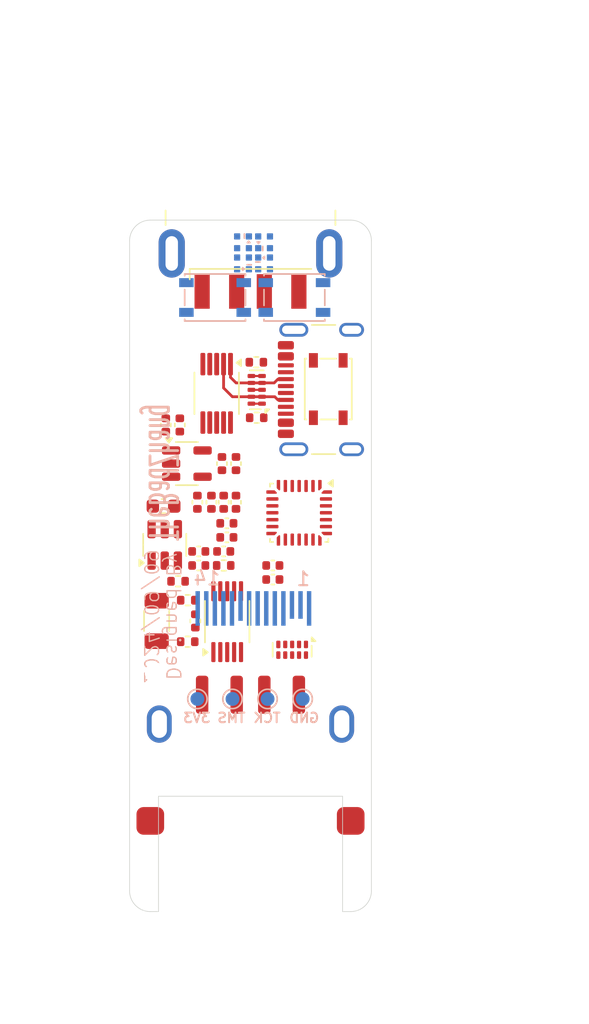
<source format=kicad_pcb>
(kicad_pcb (version 20240108) (generator "pcbnew") (generator_version "8.0")
  (layers (0 "F.Cu" signal) (31 "B.Cu" signal) (34 "B.Paste" user) (35 "F.Paste" user) (36 "B.SilkS" user "B.Silkscreen") (37 "F.SilkS" user "F.Silkscreen") (38 "B.Mask" user) (39 "F.Mask" user) (44 "Edge.Cuts" user))
  (net 0 "")
  (net 1 "+5V")
  (net 2 "VBUS")
  (net 3 "+3V3")
  (net 4 "/SDA2")
  (net 5 "/SCL2")
  (net 6 "GND")
  (net 7 "/SYS_SWDIO")
  (net 8 "/NRST")
  (net 9 "/D+")
  (net 10 "/D-")
  (net 11 "/ch217x/VOUT")
  (net 12 "/SYS_SWCLK")
  (net 13 "/D2+")
  (net 14 "Net-(J3-CC2)")
  (net 15 "Net-(U5-Vin-)")
  (net 19 "Net-(U5-Vin+)")
  (net 20 "Net-(J3-CC1)")
  (net 21 "/D2-")
  (net 22 "Net-(U7-BP)")
  (net 25 "/KEY1")
  (net 26 "/KEY2")
  (net 27 "Net-(U8-C2P)")
  (net 28 "Net-(U8-C2N)")
  (net 29 "/SCL")
  (net 30 "Net-(U8-C1P)")
  (net 31 "/UART_RX")
  (net 32 "Net-(U8-C1N)")
  (net 33 "Net-(U8-VCOMH)")
  (net 34 "Net-(U8-VCC)")
  (net 35 "Net-(D1-DOUT)")
  (net 38 "Net-(U6-ISET)")
  (net 39 "Net-(U8-IREF)")
  (net 48 "/WS2812_OUT")
  (net 49 "/SDA")
  (net 52 "Net-(U2-D1+)")
  (net 53 "/UART_TX")
  (net 54 "/OLED_RST")
  (net 55 "/~{INA226_ALERT}")
  (net 56 "/CH217_FLAG")
  (net 57 "/~{CH217_EN}")
  (net 58 "Net-(D2-DOUT)")
  (net 59 "Net-(U2-D1-)")
  (net 60 "Net-(D3-DOUT)")
  (net 61 "Net-(U3-D2-)")
  (net 66 "Net-(U3-D1+)")
  (footprint "Capacitor_SMD:C_0402_1005Metric" (layer "F.Cu") (at 110.617 93.218)
    (property "Reference" "C12" (hide yes))
    (property "Value" "1uF")
    (fp_line (start -0.107836 -0.36) (end 0.107836 -0.36) (stroke (width 0.12)) (layer "F.SilkS"))
    (fp_line (start -0.107836 0.36) (end 0.107836 0.36) (stroke (width 0.12)) (layer "F.SilkS"))
    (pad "1" smd roundrect (at -0.48 0) (size 0.56 0.62) (layers "F.Cu" "F.Paste" "F.Mask") (net 32 "Net-(U8-C1N)"))
    (pad "2" smd roundrect (at 0.48 0) (size 0.56 0.62) (layers "F.Cu" "F.Paste" "F.Mask") (net 30 "Net-(U8-C1P)"))
  )
  (footprint "Capacitor_SMD:C_0402_1005Metric" (layer "F.Cu") (at 107.95 87.63 -90)
    (property "Reference" "C4" (hide yes))
    (property "Value" "0.1uF")
    (fp_line (start -0.107836 0.36) (end 0.107836 0.36) (stroke (width 0.12)) (layer "F.SilkS"))
    (fp_line (start -0.107836 -0.36) (end 0.107836 -0.36) (stroke (width 0.12)) (layer "F.SilkS"))
    (pad "1" smd roundrect (at -0.48 0 270) (size 0.56 0.62) (layers "F.Cu" "F.Paste" "F.Mask") (net 3 "+3V3"))
    (pad "2" smd roundrect (at 0.48 0 270) (size 0.56 0.62) (layers "F.Cu" "F.Paste" "F.Mask") (net 6 "GND"))
  )
  (footprint "Capacitor_SMD:C_0402_1005Metric" (layer "F.Cu") (at 105.255 92.202)
    (property "Reference" "C17" (hide yes))
    (property "Value" "0.1uF")
    (fp_line (start -0.107836 -0.36) (end 0.107836 -0.36) (stroke (width 0.12)) (layer "F.SilkS"))
    (fp_line (start -0.107836 0.36) (end 0.107836 0.36) (stroke (width 0.12)) (layer "F.SilkS"))
    (pad "1" smd roundrect (at -0.48 0) (size 0.56 0.62) (layers "F.Cu" "F.Paste" "F.Mask") (net 34 "Net-(U8-VCC)"))
    (pad "2" smd roundrect (at 0.48 0) (size 0.56 0.62) (layers "F.Cu" "F.Paste" "F.Mask") (net 6 "GND"))
  )
  (footprint "Connector_USB:USB_C_Receptacle_GCT_USB4105-xx-A_16P_TopMnt_Horizontal" (layer "F.Cu") (at 115.2398 79.48 90)
    (property "Reference" "J3" (hide yes))
    (property "Value" "USB_C_Receptacle_USB2.0_16P")
    (fp_line (start 4.67 -0.1) (end 4.67 -1.8) (stroke (width 0.12)) (layer "F.SilkS"))
    (fp_line (start -4.67 -0.1) (end -4.67 -1.8) (stroke (width 0.12)) (layer "F.SilkS"))
    (pad "" np_thru_hole circle (at -2.89 -2.605 90) (size 0.65 0.65) (drill 0.65) (layers "F&B.Cu" "*.Mask"))
    (pad "" np_thru_hole circle (at 2.89 -2.605 90) (size 0.65 0.65) (drill 0.65) (layers "F&B.Cu" "*.Mask"))
    (pad "A1" smd roundrect (at -3.2 -3.68 90) (size 0.6 1.15) (layers "F.Cu" "F.Paste" "F.Mask") (net 6 "GND"))
    (pad "A4" smd roundrect (at -2.4 -3.68 90) (size 0.6 1.15) (layers "F.Cu" "F.Paste" "F.Mask"))
    (pad "A5" smd roundrect (at -1.25 -3.68 90) (size 0.3 1.15) (layers "F.Cu" "F.Paste" "F.Mask") (net 20 "Net-(J3-CC1)"))
    (pad "A6" smd roundrect (at -0.25 -3.68 90) (size 0.3 1.15) (layers "F.Cu" "F.Paste" "F.Mask") (net 13 "/D2+"))
    (pad "A7" smd roundrect (at 0.25 -3.68 90) (size 0.3 1.15) (layers "F.Cu" "F.Paste" "F.Mask") (net 21 "/D2-"))
    (pad "A8" smd roundrect (at 1.25 -3.68 90) (size 0.3 1.15) (layers "F.Cu" "F.Paste" "F.Mask"))
    (pad "A9" smd roundrect (at 2.4 -3.68 90) (size 0.6 1.15) (layers "F.Cu" "F.Paste" "F.Mask"))
    (pad "A12" smd roundrect (at 3.2 -3.68 90) (size 0.6 1.15) (layers "F.Cu" "F.Paste" "F.Mask") (net 6 "GND"))
    (pad "B1" smd roundrect (at 3.2 -3.68 90) (size 0.6 1.15) (layers "F.Cu" "F.Paste" "F.Mask") (net 6 "GND"))
    (pad "B4" smd roundrect (at 2.4 -3.68 90) (size 0.6 1.15) (layers "F.Cu" "F.Paste" "F.Mask"))
    (pad "B5" smd roundrect (at 1.75 -3.68 90) (size 0.3 1.15) (layers "F.Cu" "F.Paste" "F.Mask") (net 14 "Net-(J3-CC2)"))
    (pad "B6" smd roundrect (at 0.75 -3.68 90) (size 0.3 1.15) (layers "F.Cu" "F.Paste" "F.Mask") (net 13 "/D2+"))
    (pad "B7" smd roundrect (at -0.75 -3.68 90) (size 0.3 1.15) (layers "F.Cu" "F.Paste" "F.Mask") (net 21 "/D2-"))
    (pad "B8" smd roundrect (at -1.75 -3.68 90) (size 0.3 1.15) (layers "F.Cu" "F.Paste" "F.Mask"))
    (pad "B9" smd roundrect (at -2.4 -3.68 90) (size 0.6 1.15) (layers "F.Cu" "F.Paste" "F.Mask"))
    (pad "B12" smd roundrect (at -3.2 -3.68 90) (size 0.6 1.15) (layers "F.Cu" "F.Paste" "F.Mask") (net 6 "GND"))
    (pad "S1" thru_hole oval (at -4.32 -3.105 90) (size 1 2.1) (drill oval 0.6 1.7) (layers "*.Cu" "*.Mask" "F.Paste") (net 6 "GND"))
    (pad "S1" thru_hole oval (at -4.32 1.075 90) (size 1 1.8) (drill oval 0.6 1.4) (layers "*.Cu" "*.Mask" "F.Paste") (net 6 "GND"))
    (pad "S1" thru_hole oval (at 4.32 -3.105 90) (size 1 2.1) (drill oval 0.6 1.7) (layers "*.Cu" "*.Mask" "F.Paste") (net 6 "GND"))
    (pad "S1" thru_hole oval (at 4.32 1.075 90) (size 1 1.8) (drill oval 0.6 1.4) (layers "*.Cu" "*.Mask" "F.Paste") (net 6 "GND"))
  )
  (footprint "Capacitor_SMD:C_0402_1005Metric" (layer "F.Cu") (at 106.172 87.63 -90)
    (property "Reference" "C1" (hide yes))
    (property "Value" "2.2uF")
    (fp_line (start -0.107836 0.36) (end 0.107836 0.36) (stroke (width 0.12)) (layer "F.SilkS"))
    (fp_line (start -0.107836 -0.36) (end 0.107836 -0.36) (stroke (width 0.12)) (layer "F.SilkS"))
    (pad "1" smd roundrect (at -0.48 0 270) (size 0.56 0.62) (layers "F.Cu" "F.Paste" "F.Mask") (net 3 "+3V3"))
    (pad "2" smd roundrect (at 0.48 0 270) (size 0.56 0.62) (layers "F.Cu" "F.Paste" "F.Mask") (net 6 "GND"))
  )
  (footprint "Capacitor_SMD:C_0402_1005Metric" (layer "F.Cu") (at 107.95 84.836 90)
    (property "Reference" "C10" (hide yes))
    (property "Value" "4.7uF")
    (fp_line (start -0.107836 -0.36) (end 0.107836 -0.36) (stroke (width 0.12)) (layer "F.SilkS"))
    (fp_line (start -0.107836 0.36) (end 0.107836 0.36) (stroke (width 0.12)) (layer "F.SilkS"))
    (pad "1" smd roundrect (at -0.48 0 90) (size 0.56 0.62) (layers "F.Cu" "F.Paste" "F.Mask") (net 6 "GND"))
    (pad "2" smd roundrect (at 0.48 0 90) (size 0.56 0.62) (layers "F.Cu" "F.Paste" "F.Mask") (net 3 "+3V3"))
  )
  (footprint "Capacitor_SMD:C_0402_1005Metric" (layer "F.Cu") (at 106.934 84.836 -90)
    (property "Reference" "C9" (hide yes))
    (property "Value" "22nF")
    (fp_line (start -0.107836 0.36) (end 0.107836 0.36) (stroke (width 0.12)) (layer "F.SilkS"))
    (fp_line (start -0.107836 -0.36) (end 0.107836 -0.36) (stroke (width 0.12)) (layer "F.SilkS"))
    (pad "1" smd roundrect (at -0.48 0 270) (size 0.56 0.62) (layers "F.Cu" "F.Paste" "F.Mask") (net 22 "Net-(U7-BP)"))
    (pad "2" smd roundrect (at 0.48 0 270) (size 0.56 0.62) (layers "F.Cu" "F.Paste" "F.Mask") (net 6 "GND"))
  )
  (footprint "Resistor_SMD:R_1206_3216Metric" (layer "F.Cu") (at 102.2078 96.214 -90)
    (property "Reference" "R4" (hide yes))
    (property "Value" "20mR")
    (fp_line (start -0.727064 0.91) (end 0.727064 0.91) (stroke (width 0.12)) (layer "F.SilkS"))
    (fp_line (start -0.727064 -0.91) (end 0.727064 -0.91) (stroke (width 0.12)) (layer "F.SilkS"))
    (pad "1" smd roundrect (at -1.4625 0 270) (size 1.125 1.75) (layers "F.Cu" "F.Paste" "F.Mask") (roundrect_rratio 0.222222) (net 11 "/ch217x/VOUT"))
    (pad "2" smd roundrect (at 1.4625 0 270) (size 1.125 1.75) (layers "F.Cu" "F.Paste" "F.Mask") (roundrect_rratio 0.222222) (net 1 "+5V"))
  )
  (footprint "Resistor_SMD:R_0402_1005Metric" (layer "F.Cu") (at 109.4486 81.518 180)
    (property "Reference" "R2" (hide yes))
    (property "Value" "5.1k")
    (fp_line (start -0.153641 0.38) (end 0.153641 0.38) (stroke (width 0.12)) (layer "F.SilkS"))
    (fp_line (start -0.153641 -0.38) (end 0.153641 -0.38) (stroke (width 0.12)) (layer "F.SilkS"))
    (pad "1" smd roundrect (at -0.51 0 180) (size 0.54 0.64) (layers "F.Cu" "F.Paste" "F.Mask") (net 20 "Net-(J3-CC1)"))
    (pad "2" smd roundrect (at 0.51 0 180) (size 0.54 0.64) (layers "F.Cu" "F.Paste" "F.Mask") (net 6 "GND"))
  )
  (footprint "Resistor_SMD:R_0402_1005Metric" (layer "F.Cu") (at 104.4578 94.714)
    (property "Reference" "R3" (hide yes))
    (property "Value" "68R")
    (fp_line (start -0.153641 -0.38) (end 0.153641 -0.38) (stroke (width 0.12)) (layer "F.SilkS"))
    (fp_line (start -0.153641 0.38) (end 0.153641 0.38) (stroke (width 0.12)) (layer "F.SilkS"))
    (pad "1" smd roundrect (at -0.51 0) (size 0.54 0.64) (layers "F.Cu" "F.Paste" "F.Mask") (net 11 "/ch217x/VOUT"))
    (pad "2" smd roundrect (at 0.51 0) (size 0.54 0.64) (layers "F.Cu" "F.Paste" "F.Mask") (net 19 "Net-(U5-Vin+)"))
  )
  (footprint "my_connector:C2763021" (layer "F.Cu") (at 109 106.172)
    (property "Reference" "J2" (hide yes))
    (property "Value" "USB_A")
    (pad "1" smd roundrect (at -3.5 -4.625) (size 0.9 2.75) (layers "F.Cu" "F.Paste" "F.Mask") (net 1 "+5V"))
    (pad "2" smd roundrect (at -1 -4.625) (size 0.9 2.75) (layers "F.Cu" "F.Paste" "F.Mask") (net 10 "/D-"))
    (pad "3" smd roundrect (at 1 -4.625) (size 0.9 2.75) (layers "F.Cu" "F.Paste" "F.Mask") (net 9 "/D+"))
    (pad "4" smd roundrect (at 3.5 -4.625) (size 0.9 2.75) (layers "F.Cu" "F.Paste" "F.Mask") (net 6 "GND"))
    (pad "5" smd roundrect (at -7.25 4.5) (size 2 2) (layers "F.Cu" "F.Paste" "F.Mask") (net 6 "GND"))
    (pad "5" thru_hole oval (at -6.6 -2.5) (size 1.8 2.7) (drill oval 1.1 2) (layers "*.Cu" "*.Mask") (net 6 "GND"))
    (pad "5" thru_hole oval (at 6.6 -2.5) (size 1.8 2.7) (drill oval 1.1 2) (layers "*.Cu" "*.Mask") (net 6 "GND"))
    (pad "5" smd roundrect (at 7.25 4.5) (size 2 2) (layers "F.Cu" "F.Paste" "F.Mask") (net 6 "GND"))
  )
  (footprint "Connector_USB:USB_A_CNCTech_1001-011-01101_Horizontal" (layer "F.Cu") (at 109 62.738 90)
    (property "Reference" "J1" (hide yes))
    (property "Value" "USB_A")
    (fp_line (start -4.85 -6.145) (end -3.8 -6.145) (stroke (width 0.12)) (layer "F.SilkS"))
    (fp_line (start -8.02 -4.4) (end -8.775 -4.4) (stroke (width 0.12)) (layer "F.SilkS"))
    (fp_line (start -8.02 -4.4) (end -8.02 4.4) (stroke (width 0.12)) (layer "F.SilkS"))
    (fp_line (start -4.85 6.145) (end -3.8 6.145) (stroke (width 0.12)) (layer "F.SilkS"))
    (pad "" np_thru_hole circle (at -6.9 -2.3 90) (size 1.1 1.1) (drill 1.1) (layers "*.Cu" "*.Mask"))
    (pad "" np_thru_hole circle (at -6.9 2.3 90) (size 1.1 1.1) (drill 1.1) (layers "*.Cu" "*.Mask"))
    (pad "1" smd rect (at -9.65 -3.5 90) (size 2.5 1.1) (layers "F.Cu" "F.Paste" "F.Mask") (net 2 "VBUS"))
    (pad "2" smd rect (at -9.65 -1 90) (size 2.5 1.1) (layers "F.Cu" "F.Paste" "F.Mask") (net 10 "/D-"))
    (pad "3" smd rect (at -9.65 1 90) (size 2.5 1.1) (layers "F.Cu" "F.Paste" "F.Mask") (net 9 "/D+"))
    (pad "4" smd rect (at -9.65 3.5 90) (size 2.5 1.1) (layers "F.Cu" "F.Paste" "F.Mask") (net 6 "GND"))
    (pad "5" thru_hole oval (at -6.9 -5.7 90) (size 3.5 1.9) (drill oval 2.5 0.9) (layers "*.Cu" "*.Mask") (net 6 "GND"))
    (pad "5" thru_hole oval (at -6.9 5.7 90) (size 3.5 1.9) (drill oval 2.5 0.9) (layers "*.Cu" "*.Mask") (net 6 "GND"))
  )
  (footprint "my_footprint:KEY-SMD_4P-L4.2-W3.4-P2.15-LS4.5-TL" (layer "F.Cu") (at 114.554 79.502 -90)
    (property "Reference" "SW3" (hide yes))
    (property "Value" "SW_Push")
    (fp_line (start -2.256 1.628) (end 2.144 1.628) (stroke (width 0.12)) (layer "F.SilkS"))
    (fp_line (start 2.144 1.628) (end 2.144 1.508) (stroke (width 0.12)) (layer "F.SilkS"))
    (fp_line (start -2.256 1.508) (end -2.256 1.628) (stroke (width 0.12)) (layer "F.SilkS"))
    (fp_line (start 2.144 0.498) (end 2.144 -0.642) (stroke (width 0.12)) (layer "F.SilkS"))
    (fp_line (start -2.256 -0.642) (end -2.256 0.498) (stroke (width 0.12)) (layer "F.SilkS"))
    (fp_line (start 2.144 -1.652) (end 2.144 -1.772) (stroke (width 0.12)) (layer "F.SilkS"))
    (fp_line (start -2.256 -1.772) (end -2.256 -1.652) (stroke (width 0.12)) (layer "F.SilkS"))
    (fp_line (start 2.144 -1.772) (end -2.256 -1.772) (stroke (width 0.12)) (layer "F.SilkS"))
    (pad "1" smd rect (at -2.131 -1.147 270) (size 1.05 0.65) (layers "F.Cu" "F.Paste" "F.Mask") (net 6 "GND"))
    (pad "1" smd rect (at 2.019 -1.147 270) (size 1.05 0.65) (layers "F.Cu" "F.Paste" "F.Mask") (net 6 "GND"))
    (pad "2" smd rect (at -2.131 1.003 270) (size 1.05 0.65) (layers "F.Cu" "F.Paste" "F.Mask") (net 8 "/NRST"))
    (pad "2" smd rect (at 2.019 1.003 270) (size 1.05 0.65) (layers "F.Cu" "F.Paste" "F.Mask") (net 8 "/NRST"))
  )
  (footprint "Package_SO:VSSOP-10_3x3mm_P0.5mm" (layer "F.Cu") (at 107.315 96.266 90)
    (property "Reference" "U5" (hide yes))
    (property "Value" "INA228")
    (fp_line (start 0 -1.61) (end 1.5 -1.61) (stroke (width 0.12)) (layer "F.SilkS"))
    (fp_line (start 0 -1.61) (end -1.5 -1.61) (stroke (width 0.12)) (layer "F.SilkS"))
    (fp_line (start 0 1.61) (end 1.5 1.61) (stroke (width 0.12)) (layer "F.SilkS"))
    (fp_line (start 0 1.61) (end -1.5 1.61) (stroke (width 0.12)) (layer "F.SilkS"))
    (fp_poly (pts (xy -2.2125 -1.41) (xy -2.4525 -1.74) (xy -1.9725 -1.74) (xy -2.2125 -1.41)) (stroke (width 0.12)) (fill solid) (layer "F.SilkS"))
    (pad "1" smd roundrect (at -2.2 -1 90) (size 1.45 0.3) (layers "F.Cu" "F.Paste" "F.Mask") (net 6 "GND"))
    (pad "2" smd roundrect (at -2.2 -0.5 90) (size 1.45 0.3) (layers "F.Cu" "F.Paste" "F.Mask") (net 6 "GND"))
    (pad "3" smd roundrect (at -2.2 0 90) (size 1.45 0.3) (layers "F.Cu" "F.Paste" "F.Mask") (net 55 "/~{INA226_ALERT}"))
    (pad "4" smd roundrect (at -2.2 0.5 90) (size 1.45 0.3) (layers "F.Cu" "F.Paste" "F.Mask") (net 4 "/SDA2"))
    (pad "5" smd roundrect (at -2.2 1 90) (size 1.45 0.3) (layers "F.Cu" "F.Paste" "F.Mask") (net 5 "/SCL2"))
    (pad "6" smd roundrect (at 2.2 1 90) (size 1.45 0.3) (layers "F.Cu" "F.Paste" "F.Mask") (net 3 "+3V3"))
    (pad "7" smd roundrect (at 2.2 0.5 90) (size 1.45 0.3) (layers "F.Cu" "F.Paste" "F.Mask") (net 6 "GND"))
    (pad "8" smd roundrect (at 2.2 0 90) (size 1.45 0.3) (layers "F.Cu" "F.Paste" "F.Mask") (net 11 "/ch217x/VOUT"))
    (pad "9" smd roundrect (at 2.2 -0.5 90) (size 1.45 0.3) (layers "F.Cu" "F.Paste" "F.Mask") (net 15 "Net-(U5-Vin-)"))
    (pad "10" smd roundrect (at 2.2 -1 90) (size 1.45 0.3) (layers "F.Cu" "F.Paste" "F.Mask") (net 19 "Net-(U5-Vin+)"))
  )
  (footprint "Capacitor_SMD:C_0402_1005Metric" (layer "F.Cu") (at 102.87 82.042 90)
    (property "Reference" "C7" (hide yes))
    (property "Value" "4.7uF")
    (fp_line (start -0.107836 -0.36) (end 0.107836 -0.36) (stroke (width 0.12)) (layer "F.SilkS"))
    (fp_line (start -0.107836 0.36) (end 0.107836 0.36) (stroke (width 0.12)) (layer "F.SilkS"))
    (pad "1" smd roundrect (at -0.48 0 90) (size 0.56 0.62) (layers "F.Cu" "F.Paste" "F.Mask") (net 2 "VBUS"))
    (pad "2" smd roundrect (at 0.48 0 90) (size 0.56 0.62) (layers "F.Cu" "F.Paste" "F.Mask") (net 6 "GND"))
  )
  (footprint "Resistor_SMD:R_0402_1005Metric" (layer "F.Cu") (at 103.759 93.345)
    (property "Reference" "R6" (hide yes))
    (property "Value" "100k")
    (fp_line (start -0.153641 -0.38) (end 0.153641 -0.38) (stroke (width 0.12)) (layer "F.SilkS"))
    (fp_line (start -0.153641 0.38) (end 0.153641 0.38) (stroke (width 0.12)) (layer "F.SilkS"))
    (pad "1" smd roundrect (at -0.51 0) (size 0.54 0.64) (layers "F.Cu" "F.Paste" "F.Mask") (net 6 "GND"))
    (pad "2" smd roundrect (at 0.51 0) (size 0.54 0.64) (layers "F.Cu" "F.Paste" "F.Mask") (net 38 "Net-(U6-ISET)"))
  )
  (footprint "my_connector:mountinghold_nopad_m1.4" (layer "F.Cu") (at 116.078 99.97)
    (property "Reference" "H4" (hide yes))
    (property "Value" "MountingHole")
    (pad "" np_thru_hole circle (at 0 0) (size 1.5 1.5) (drill 1.5) (layers "F&B.Cu" "*.Mask"))
  )
  (footprint "Capacitor_SMD:C_0402_1005Metric" (layer "F.Cu") (at 110.617 92.202)
    (property "Reference" "C11" (hide yes))
    (property "Value" "1uF")
    (fp_line (start -0.107836 -0.36) (end 0.107836 -0.36) (stroke (width 0.12)) (layer "F.SilkS"))
    (fp_line (start -0.107836 0.36) (end 0.107836 0.36) (stroke (width 0.12)) (layer "F.SilkS"))
    (pad "1" smd roundrect (at -0.48 0) (size 0.56 0.62) (layers "F.Cu" "F.Paste" "F.Mask") (net 28 "Net-(U8-C2N)"))
    (pad "2" smd roundrect (at 0.48 0) (size 0.56 0.62) (layers "F.Cu" "F.Paste" "F.Mask") (net 27 "Net-(U8-C2P)"))
  )
  (footprint "Package_SON:USON-10_2.5x1.0mm_P0.5mm" (layer "F.Cu") (at 112.014 98.298 -90)
    (property "Reference" "U2" (hide yes))
    (property "Value" "TPD4E05U06DQA")
    (fp_line (start 0.5 1.41) (end -0.5 1.41) (stroke (width 0.12)) (layer "F.SilkS"))
    (fp_line (start 0.5 -1.41) (end -0.29 -1.41) (stroke (width 0.12)) (layer "F.SilkS"))
    (fp_poly (pts (xy -0.62 -1.41) (xy -0.9 -1.41) (xy -0.62 -1.69) (xy -0.62 -1.41)) (stroke (width 0.12)) (fill solid) (layer "F.SilkS"))
    (pad "1" smd roundrect (at -0.385 -1 180) (size 0.3 0.55) (layers "F.Cu" "F.Paste" "F.Mask") (net 52 "Net-(U2-D1+)"))
    (pad "2" smd roundrect (at -0.385 -0.5 180) (size 0.3 0.55) (layers "F.Cu" "F.Paste" "F.Mask") (net 59 "Net-(U2-D1-)"))
    (pad "3" smd roundrect (at -0.385 0 180) (size 0.3 0.55) (layers "F.Cu" "F.Paste" "F.Mask") (net 6 "GND"))
    (pad "4" smd roundrect (at -0.385 0.5 180) (size 0.3 0.55) (layers "F.Cu" "F.Paste" "F.Mask") (net 9 "/D+"))
    (pad "5" smd roundrect (at -0.385 1 180) (size 0.3 0.55) (layers "F.Cu" "F.Paste" "F.Mask") (net 10 "/D-"))
    (pad "6" smd roundrect (at 0.385 1 180) (size 0.3 0.55) (layers "F.Cu" "F.Paste" "F.Mask") (net 10 "/D-"))
    (pad "7" smd roundrect (at 0.385 0.5 180) (size 0.3 0.55) (layers "F.Cu" "F.Paste" "F.Mask") (net 9 "/D+"))
    (pad "8" smd roundrect (at 0.385 0 180) (size 0.3 0.55) (layers "F.Cu" "F.Paste" "F.Mask") (net 6 "GND"))
    (pad "9" smd roundrect (at 0.385 -0.5 180) (size 0.3 0.55) (layers "F.Cu" "F.Paste" "F.Mask") (net 59 "Net-(U2-D1-)"))
    (pad "10" smd roundrect (at 0.385 -1 180) (size 0.3 0.55) (layers "F.Cu" "F.Paste" "F.Mask") (net 52 "Net-(U2-D1+)"))
  )
  (footprint "my_connector:mountinghold_nopad_m1.4" (layer "F.Cu") (at 116.078 72.898)
    (property "Reference" "H2" (hide yes))
    (property "Value" "MountingHole")
    (pad "" np_thru_hole circle (at 0 0) (size 1.5 1.5) (drill 1.5) (layers "F&B.Cu" "*.Mask"))
  )
  (footprint "Capacitor_SMD:C_0402_1005Metric" (layer "F.Cu") (at 107.2896 89.154 180)
    (property "Reference" "C14" (hide yes))
    (property "Value" "4.7uF")
    (fp_line (start -0.107836 0.36) (end 0.107836 0.36) (stroke (width 0.12)) (layer "F.SilkS"))
    (fp_line (start -0.107836 -0.36) (end 0.107836 -0.36) (stroke (width 0.12)) (layer "F.SilkS"))
    (pad "1" smd roundrect (at -0.48 0 180) (size 0.56 0.62) (layers "F.Cu" "F.Paste" "F.Mask") (net 3 "+3V3"))
    (pad "2" smd roundrect (at 0.48 0 180) (size 0.56 0.62) (layers "F.Cu" "F.Paste" "F.Mask") (net 6 "GND"))
  )
  (footprint "my_connector:mountinghold_nopad_m1.4" (layer "F.Cu") (at 102.108 72.898)
    (property "Reference" "H1" (hide yes))
    (property "Value" "MountingHole")
    (pad "" np_thru_hole circle (at 0 0) (size 1.5 1.5) (drill 1.5) (layers "F&B.Cu" "*.Mask"))
  )
  (footprint "Capacitor_SMD:C_0402_1005Metric" (layer "F.Cu") (at 105.156 87.63 -90)
    (property "Reference" "C3" (hide yes))
    (property "Value" "0.1uF")
    (fp_line (start -0.107836 0.36) (end 0.107836 0.36) (stroke (width 0.12)) (layer "F.SilkS"))
    (fp_line (start -0.107836 -0.36) (end 0.107836 -0.36) (stroke (width 0.12)) (layer "F.SilkS"))
    (pad "1" smd roundrect (at -0.48 0 270) (size 0.56 0.62) (layers "F.Cu" "F.Paste" "F.Mask") (net 3 "+3V3"))
    (pad "2" smd roundrect (at 0.48 0 270) (size 0.56 0.62) (layers "F.Cu" "F.Paste" "F.Mask") (net 6 "GND"))
  )
  (footprint "Package_DFN_QFN:QFN-28_4x4mm_P0.5mm" (layer "F.Cu") (at 112.522 88.392 -90)
    (property "Reference" "U1" (hide yes))
    (property "Value" "STM32G031G8Ux")
    (fp_line (start -2.11 2.11) (end -2.11 1.885) (stroke (width 0.12)) (layer "F.SilkS"))
    (fp_line (start -1.885 2.11) (end -2.11 2.11) (stroke (width 0.12)) (layer "F.SilkS"))
    (fp_line (start 1.885 2.11) (end 2.11 2.11) (stroke (width 0.12)) (layer "F.SilkS"))
    (fp_line (start 2.11 2.11) (end 2.11 1.885) (stroke (width 0.12)) (layer "F.SilkS"))
    (fp_line (start 1.885 -2.11) (end 2.11 -2.11) (stroke (width 0.12)) (layer "F.SilkS"))
    (fp_line (start 2.11 -2.11) (end 2.11 -1.885) (stroke (width 0.12)) (layer "F.SilkS"))
    (fp_poly (pts (xy -2.13 -2.11) (xy -2.37 -2.44) (xy -1.89 -2.44) (xy -2.13 -2.11)) (stroke (width 0.12)) (fill solid) (layer "F.SilkS"))
    (pad "1" smd custom (at -1.9975 -1.5 270) (size 0.136863 0.136863) (layers "F.Cu" "F.Paste" "F.Mask") (options (clearance outline) (anchor circle)) (primitives (gr_poly (pts (xy -0.3325 -0.08) (xy 0.19886 -0.08) (xy 0.3325 0.05364) (xy 0.3325 0.08) (xy -0.3325 0.08)) (width 0.09) (fill yes))))
    (pad "2" smd roundrect (at -1.9375 -1 270) (size 0.875 0.25) (layers "F.Cu" "F.Paste" "F.Mask"))
    (pad "3" smd roundrect (at -1.9375 -0.5 270) (size 0.875 0.25) (layers "F.Cu" "F.Paste" "F.Mask") (net 3 "+3V3"))
    (pad "4" smd roundrect (at -1.9375 0 270) (size 0.875 0.25) (layers "F.Cu" "F.Paste" "F.Mask") (net 6 "GND"))
    (pad "5" smd roundrect (at -1.9375 0.5 270) (size 0.875 0.25) (layers "F.Cu" "F.Paste" "F.Mask") (net 8 "/NRST"))
    (pad "6" smd roundrect (at -1.9375 1 270) (size 0.875 0.25) (layers "F.Cu" "F.Paste" "F.Mask"))
    (pad "7" smd custom (at -1.9975 1.5 270) (size 0.136863 0.136863) (layers "F.Cu" "F.Paste" "F.Mask") (options (clearance outline) (anchor circle)) (primitives (gr_poly (pts (xy -0.3325 -0.08) (xy 0.3325 -0.08) (xy 0.3325 -0.05364) (xy 0.19886 0.08) (xy -0.3325 0.08)) (width 0.09) (fill yes))))
    (pad "8" smd custom (at -1.5 1.9975 270) (size 0.136863 0.136863) (layers "F.Cu" "F.Paste" "F.Mask") (net 53 "/UART_TX") (options (clearance outline) (anchor circle)) (primitives (gr_poly (pts (xy -0.08 -0.19886) (xy 0.05364 -0.3325) (xy 0.08 -0.3325) (xy 0.08 0.3325) (xy -0.08 0.3325)) (width 0.09) (fill yes))))
    (pad "9" smd roundrect (at -1 1.9375 270) (size 0.25 0.875) (layers "F.Cu" "F.Paste" "F.Mask") (net 31 "/UART_RX"))
    (pad "10" smd roundrect (at -0.5 1.9375 270) (size 0.25 0.875) (layers "F.Cu" "F.Paste" "F.Mask"))
    (pad "11" smd roundrect (at 0 1.9375 270) (size 0.25 0.875) (layers "F.Cu" "F.Paste" "F.Mask"))
    (pad "12" smd roundrect (at 0.5 1.9375 270) (size 0.25 0.875) (layers "F.Cu" "F.Paste" "F.Mask"))
    (pad "13" smd roundrect (at 1 1.9375 270) (size 0.25 0.875) (layers "F.Cu" "F.Paste" "F.Mask") (net 57 "/~{CH217_EN}"))
    (pad "14" smd custom (at 1.5 1.9975 270) (size 0.136863 0.136863) (layers "F.Cu" "F.Paste" "F.Mask") (net 56 "/CH217_FLAG") (options (clearance outline) (anchor circle)) (primitives (gr_poly (pts (xy -0.08 -0.3325) (xy -0.05364 -0.3325) (xy 0.08 -0.19886) (xy 0.08 0.3325) (xy -0.08 0.3325)) (width 0.09) (fill yes))))
    (pad "15" smd custom (at 1.9975 1.5 270) (size 0.136863 0.136863) (layers "F.Cu" "F.Paste" "F.Mask") (options (clearance outline) (anchor circle)) (primitives (gr_poly (pts (xy -0.3325 -0.08) (xy 0.3325 -0.08) (xy 0.3325 0.08) (xy -0.19886 0.08) (xy -0.3325 -0.05364)) (width 0.09) (fill yes))))
    (pad "16" smd roundrect (at 1.9375 1 270) (size 0.875 0.25) (layers "F.Cu" "F.Paste" "F.Mask"))
    (pad "17" smd roundrect (at 1.9375 0.5 270) (size 0.875 0.25) (layers "F.Cu" "F.Paste" "F.Mask") (net 55 "/~{INA226_ALERT}"))
    (pad "18" smd roundrect (at 1.9375 0 270) (size 0.875 0.25) (layers "F.Cu" "F.Paste" "F.Mask") (net 5 "/SCL2"))
    (pad "19" smd roundrect (at 1.9375 -0.5 270) (size 0.875 0.25) (layers "F.Cu" "F.Paste" "F.Mask") (net 4 "/SDA2"))
    (pad "20" smd roundrect (at 1.9375 -1 270) (size 0.875 0.25) (layers "F.Cu" "F.Paste" "F.Mask") (net 7 "/SYS_SWDIO"))
    (pad "21" smd custom (at 1.9975 -1.5 270) (size 0.136863 0.136863) (layers "F.Cu" "F.Paste" "F.Mask") (net 12 "/SYS_SWCLK") (options (clearance outline) (anchor circle)) (primitives (gr_poly (pts (xy -0.3325 0.05364) (xy -0.19886 -0.08) (xy 0.3325 -0.08) (xy 0.3325 0.08) (xy -0.3325 0.08)) (width 0.09) (fill yes))))
    (pad "22" smd custom (at 1.5 -1.9975 270) (size 0.136863 0.136863) (layers "F.Cu" "F.Paste" "F.Mask") (net 54 "/OLED_RST") (options (clearance outline) (anchor circle)) (primitives (gr_poly (pts (xy -0.08 -0.3325) (xy 0.08 -0.3325) (xy 0.08 0.19886) (xy -0.05364 0.3325) (xy -0.08 0.3325)) (width 0.09) (fill yes))))
    (pad "23" smd roundrect (at 1 -1.9375 270) (size 0.25 0.875) (layers "F.Cu" "F.Paste" "F.Mask") (net 25 "/KEY1"))
    (pad "24" smd roundrect (at 0.5 -1.9375 270) (size 0.25 0.875) (layers "F.Cu" "F.Paste" "F.Mask") (net 26 "/KEY2"))
    (pad "25" smd roundrect (at 0 -1.9375 270) (size 0.25 0.875) (layers "F.Cu" "F.Paste" "F.Mask") (net 48 "/WS2812_OUT"))
    (pad "26" smd roundrect (at -0.5 -1.9375 270) (size 0.25 0.875) (layers "F.Cu" "F.Paste" "F.Mask") (net 29 "/SCL"))
    (pad "27" smd roundrect (at -1 -1.9375 270) (size 0.25 0.875) (layers "F.Cu" "F.Paste" "F.Mask") (net 49 "/SDA"))
    (pad "28" smd custom (at -1.5 -1.9975 270) (size 0.136863 0.136863) (layers "F.Cu" "F.Paste" "F.Mask") (options (clearance outline) (anchor circle)) (primitives (gr_poly (pts (xy -0.08 -0.3325) (xy 0.08 -0.3325) (xy 0.08 0.3325) (xy 0.05364 0.3325) (xy -0.08 0.19886)) (width 0.09) (fill yes))))
  )
  (footprint "Capacitor_SMD:C_0402_1005Metric" (layer "F.Cu") (at 107.061 87.63 -90)
    (property "Reference" "C2" (hide yes))
    (property "Value" "100nF")
    (fp_line (start -0.107836 0.36) (end 0.107836 0.36) (stroke (width 0.12)) (layer "F.SilkS"))
    (fp_line (start -0.107836 -0.36) (end 0.107836 -0.36) (stroke (width 0.12)) (layer "F.SilkS"))
    (pad "1" smd roundrect (at -0.48 0 270) (size 0.56 0.62) (layers "F.Cu" "F.Paste" "F.Mask") (net 3 "+3V3"))
    (pad "2" smd roundrect (at 0.48 0 270) (size 0.56 0.62) (layers "F.Cu" "F.Paste" "F.Mask") (net 6 "GND"))
  )
  (footprint "Capacitor_SMD:C_0402_1005Metric" (layer "F.Cu") (at 107.2896 90.17 180)
    (property "Reference" "C13" (hide yes))
    (property "Value" "0.1uF")
    (fp_line (start -0.107836 0.36) (end 0.107836 0.36) (stroke (width 0.12)) (layer "F.SilkS"))
    (fp_line (start -0.107836 -0.36) (end 0.107836 -0.36) (stroke (width 0.12)) (layer "F.SilkS"))
    (pad "1" smd roundrect (at -0.48 0 180) (size 0.56 0.62) (layers "F.Cu" "F.Paste" "F.Mask") (net 3 "+3V3"))
    (pad "2" smd roundrect (at 0.48 0 180) (size 0.56 0.62) (layers "F.Cu" "F.Paste" "F.Mask") (net 6 "GND"))
  )
  (footprint "Resistor_SMD:R_0402_1005Metric" (layer "F.Cu") (at 107.061 92.202 180)
    (property "Reference" "R7" (hide yes))
    (property "Value" "560K")
    (fp_line (start -0.153641 0.38) (end 0.153641 0.38) (stroke (width 0.12)) (layer "F.SilkS"))
    (fp_line (start -0.153641 -0.38) (end 0.153641 -0.38) (stroke (width 0.12)) (layer "F.SilkS"))
    (pad "1" smd roundrect (at -0.51 0 180) (size 0.54 0.64) (layers "F.Cu" "F.Paste" "F.Mask") (net 6 "GND"))
    (pad "2" smd roundrect (at 0.51 0 180) (size 0.54 0.64) (layers "F.Cu" "F.Paste" "F.Mask") (net 39 "Net-(U8-IREF)"))
  )
  (footprint "Resistor_SMD:R_0402_1005Metric" (layer "F.Cu") (at 104.4578 97.714)
    (property "Reference" "R5" (hide yes))
    (property "Value" "68R")
    (fp_line (start -0.153641 -0.38) (end 0.153641 -0.38) (stroke (width 0.12)) (layer "F.SilkS"))
    (fp_line (start -0.153641 0.38) (end 0.153641 0.38) (stroke (width 0.12)) (layer "F.SilkS"))
    (pad "1" smd roundrect (at -0.51 0) (size 0.54 0.64) (layers "F.Cu" "F.Paste" "F.Mask") (net 1 "+5V"))
    (pad "2" smd roundrect (at 0.51 0) (size 0.54 0.64) (layers "F.Cu" "F.Paste" "F.Mask") (net 15 "Net-(U5-Vin-)"))
  )
  (footprint "Resistor_SMD:R_0402_1005Metric" (layer "F.Cu") (at 109.4232 77.5048 180)
    (property "Reference" "R1" (hide yes))
    (property "Value" "5.1k")
    (fp_line (start -0.153641 0.38) (end 0.153641 0.38) (stroke (width 0.12)) (layer "F.SilkS"))
    (fp_line (start -0.153641 -0.38) (end 0.153641 -0.38) (stroke (width 0.12)) (layer "F.SilkS"))
    (pad "1" smd roundrect (at -0.51 0 180) (size 0.54 0.64) (layers "F.Cu" "F.Paste" "F.Mask") (net 14 "Net-(J3-CC2)"))
    (pad "2" smd roundrect (at 0.51 0 180) (size 0.54 0.64) (layers "F.Cu" "F.Paste" "F.Mask") (net 6 "GND"))
  )
  (footprint "Capacitor_SMD:C_0603_1608Metric" (layer "F.Cu") (at 102.7078 87.914 180)
    (property "Reference" "C6" (hide yes))
    (property "Value" "10uF")
    (fp_line (start -0.14058 0.51) (end 0.14058 0.51) (stroke (width 0.12)) (layer "F.SilkS"))
    (fp_line (start -0.14058 -0.51) (end 0.14058 -0.51) (stroke (width 0.12)) (layer "F.SilkS"))
    (pad "1" smd roundrect (at -0.775 0 180) (size 0.9 0.95) (layers "F.Cu" "F.Paste" "F.Mask") (net 6 "GND"))
    (pad "2" smd roundrect (at 0.775 0 180) (size 0.9 0.95) (layers "F.Cu" "F.Paste" "F.Mask") (net 2 "VBUS"))
  )
  (footprint "Package_SON:USON-10_2.5x1.0mm_P0.5mm" (layer "F.Cu") (at 109.4486 79.502 180)
    (property "Reference" "U3" (hide yes))
    (property "Value" "TPD4E05U06DQA")
    (fp_line (start 0.5 1.41) (end -0.5 1.41) (stroke (width 0.12)) (layer "F.SilkS"))
    (fp_line (start 0.5 -1.41) (end -0.29 -1.41) (stroke (width 0.12)) (layer "F.SilkS"))
    (fp_poly (pts (xy -0.62 -1.41) (xy -0.9 -1.41) (xy -0.62 -1.69) (xy -0.62 -1.41)) (stroke (width 0.12)) (fill solid) (layer "F.SilkS"))
    (pad "1" smd roundrect (at -0.385 -1 90) (size 0.3 0.55) (layers "F.Cu" "F.Paste" "F.Mask") (net 66 "Net-(U3-D1+)"))
    (pad "2" smd roundrect (at -0.385 -0.5 90) (size 0.3 0.55) (layers "F.Cu" "F.Paste" "F.Mask") (net 21 "/D2-"))
    (pad "3" smd roundrect (at -0.385 0 90) (size 0.3 0.55) (layers "F.Cu" "F.Paste" "F.Mask") (net 6 "GND"))
    (pad "4" smd roundrect (at -0.385 0.5 90) (size 0.3 0.55) (layers "F.Cu" "F.Paste" "F.Mask") (net 13 "/D2+"))
    (pad "5" smd roundrect (at -0.385 1 90) (size 0.3 0.55) (layers "F.Cu" "F.Paste" "F.Mask") (net 61 "Net-(U3-D2-)"))
    (pad "6" smd roundrect (at 0.385 1 90) (size 0.3 0.55) (layers "F.Cu" "F.Paste" "F.Mask") (net 61 "Net-(U3-D2-)"))
    (pad "7" smd roundrect (at 0.385 0.5 90) (size 0.3 0.55) (layers "F.Cu" "F.Paste" "F.Mask") (net 13 "/D2+"))
    (pad "8" smd roundrect (at 0.385 0 90) (size 0.3 0.55) (layers "F.Cu" "F.Paste" "F.Mask") (net 6 "GND"))
    (pad "9" smd roundrect (at 0.385 -0.5 90) (size 0.3 0.55) (layers "F.Cu" "F.Paste" "F.Mask") (net 21 "/D2-"))
    (pad "10" smd roundrect (at 0.385 -1 90) (size 0.3 0.55) (layers "F.Cu" "F.Paste" "F.Mask") (net 66 "Net-(U3-D1+)"))
  )
  (footprint "Capacitor_SMD:C_0402_1005Metric" (layer "F.Cu") (at 105.255 91.186)
    (property "Reference" "C16" (hide yes))
    (property "Value" "4.7uF")
    (fp_line (start -0.107836 -0.36) (end 0.107836 -0.36) (stroke (width 0.12)) (layer "F.SilkS"))
    (fp_line (start -0.107836 0.36) (end 0.107836 0.36) (stroke (width 0.12)) (layer "F.SilkS"))
    (pad "1" smd roundrect (at -0.48 0) (size 0.56 0.62) (layers "F.Cu" "F.Paste" "F.Mask") (net 34 "Net-(U8-VCC)"))
    (pad "2" smd roundrect (at 0.48 0) (size 0.56 0.62) (layers "F.Cu" "F.Paste" "F.Mask") (net 6 "GND"))
  )
  (footprint "Capacitor_SMD:C_0402_1005Metric" (layer "F.Cu") (at 103.886 82.042 90)
    (property "Reference" "C8" (hide yes))
    (property "Value" "0.1uF")
    (fp_line (start -0.107836 -0.36) (end 0.107836 -0.36) (stroke (width 0.12)) (layer "F.SilkS"))
    (fp_line (start -0.107836 0.36) (end 0.107836 0.36) (stroke (width 0.12)) (layer "F.SilkS"))
    (pad "1" smd roundrect (at -0.48 0 90) (size 0.56 0.62) (layers "F.Cu" "F.Paste" "F.Mask") (net 2 "VBUS"))
    (pad "2" smd roundrect (at 0.48 0 90) (size 0.56 0.62) (layers "F.Cu" "F.Paste" "F.Mask") (net 6 "GND"))
  )
  (footprint "Package_TO_SOT_SMD:SOT-23-5" (layer "F.Cu") (at 104.394 84.836)
    (property "Reference" "U7" (hide yes))
    (property "Value" "RT9193-33GB")
    (fp_line (start 0 -1.56) (end -0.8 -1.56) (stroke (width 0.12)) (layer "F.SilkS"))
    (fp_line (start 0 -1.56) (end 0.8 -1.56) (stroke (width 0.12)) (layer "F.SilkS"))
    (fp_line (start 0 1.56) (end -0.8 1.56) (stroke (width 0.12)) (layer "F.SilkS"))
    (fp_line (start 0 1.56) (end 0.8 1.56) (stroke (width 0.12)) (layer "F.SilkS"))
    (fp_poly (pts (xy -1.3 -1.51) (xy -1.54 -1.84) (xy -1.06 -1.84) (xy -1.3 -1.51)) (stroke (width 0.12)) (fill solid) (layer "F.SilkS"))
    (pad "1" smd roundrect (at -1.1375 -0.95) (size 1.325 0.6) (layers "F.Cu" "F.Paste" "F.Mask") (net 2 "VBUS"))
    (pad "2" smd roundrect (at -1.1375 0) (size 1.325 0.6) (layers "F.Cu" "F.Paste" "F.Mask") (net 6 "GND"))
    (pad "3" smd roundrect (at -1.1375 0.95) (size 1.325 0.6) (layers "F.Cu" "F.Paste" "F.Mask") (net 2 "VBUS"))
    (pad "4" smd roundrect (at 1.1375 0.95) (size 1.325 0.6) (layers "F.Cu" "F.Paste" "F.Mask") (net 22 "Net-(U7-BP)"))
    (pad "5" smd roundrect (at 1.1375 -0.95) (size 1.325 0.6) (layers "F.Cu" "F.Paste" "F.Mask") (net 3 "+3V3"))
  )
  (footprint "my_connector:mountinghold_nopad_m1.4" (layer "F.Cu") (at 102.108 99.97)
    (property "Reference" "H3" (hide yes))
    (property "Value" "MountingHole")
    (pad "" np_thru_hole circle (at 0 0) (size 1.5 1.5) (drill 1.5) (layers "F&B.Cu" "*.Mask"))
  )
  (footprint "Package_SO:MSOP-10_3x3mm_P0.5mm" (layer "F.Cu") (at 106.553 79.756 -90)
    (property "Reference" "U4" (hide yes))
    (property "Value" "CH340E")
    (fp_line (start 0 1.61) (end -1.5 1.61) (stroke (width 0.12)) (layer "F.SilkS"))
    (fp_line (start 0 1.61) (end 1.5 1.61) (stroke (width 0.12)) (layer "F.SilkS"))
    (fp_line (start 0 -1.61) (end -1.5 -1.61) (stroke (width 0.12)) (layer "F.SilkS"))
    (fp_line (start 0 -1.61) (end 1.5 -1.61) (stroke (width 0.12)) (layer "F.SilkS"))
    (fp_poly (pts (xy -2.2125 -1.435) (xy -2.4525 -1.765) (xy -1.9725 -1.765) (xy -2.2125 -1.435)) (stroke (width 0.12)) (fill solid) (layer "F.SilkS"))
    (pad "1" smd roundrect (at -2.1125 -1 270) (size 1.625 0.35) (layers "F.Cu" "F.Paste" "F.Mask") (net 13 "/D2+"))
    (pad "2" smd roundrect (at -2.1125 -0.5 270) (size 1.625 0.35) (layers "F.Cu" "F.Paste" "F.Mask") (net 21 "/D2-"))
    (pad "3" smd roundrect (at -2.1125 0 270) (size 1.625 0.35) (layers "F.Cu" "F.Paste" "F.Mask") (net 6 "GND"))
    (pad "4" smd roundrect (at -2.1125 0.5 270) (size 1.625 0.35) (layers "F.Cu" "F.Paste" "F.Mask"))
    (pad "5" smd roundrect (at -2.1125 1 270) (size 1.625 0.35) (layers "F.Cu" "F.Paste" "F.Mask"))
    (pad "6" smd roundrect (at 2.1125 1 270) (size 1.625 0.35) (layers "F.Cu" "F.Paste" "F.Mask"))
    (pad "7" smd roundrect (at 2.1125 0.5 270) (size 1.625 0.35) (layers "F.Cu" "F.Paste" "F.Mask") (net 3 "+3V3"))
    (pad "8" smd roundrect (at 2.1125 0 270) (size 1.625 0.35) (layers "F.Cu" "F.Paste" "F.Mask") (net 31 "/UART_RX"))
    (pad "9" smd roundrect (at 2.1125 -0.5 270) (size 1.625 0.35) (layers "F.Cu" "F.Paste" "F.Mask") (net 53 "/UART_TX"))
    (pad "10" smd roundrect (at 2.1125 -1 270) (size 1.625 0.35) (layers "F.Cu" "F.Paste" "F.Mask") (net 3 "+3V3"))
  )
  (footprint "Package_TO_SOT_SMD:TSOT-23-6" (layer "F.Cu") (at 102.7938 90.714 90)
    (property "Reference" "U6" (hide yes))
    (property "Value" "CH217K")
    (fp_line (start 0 -1.56) (end 0.8 -1.56) (stroke (width 0.12)) (layer "F.SilkS"))
    (fp_line (start 0 -1.56) (end -0.8 -1.56) (stroke (width 0.12)) (layer "F.SilkS"))
    (fp_line (start 0 1.56) (end 0.8 1.56) (stroke (width 0.12)) (layer "F.SilkS"))
    (fp_line (start 0 1.56) (end -0.8 1.56) (stroke (width 0.12)) (layer "F.SilkS"))
    (fp_poly (pts (xy -1.3 -1.51) (xy -1.54 -1.84) (xy -1.06 -1.84) (xy -1.3 -1.51)) (stroke (width 0.12)) (fill solid) (layer "F.SilkS"))
    (pad "1" smd roundrect (at -1.1375 -0.95 90) (size 1.325 0.6) (layers "F.Cu" "F.Paste" "F.Mask") (net 11 "/ch217x/VOUT"))
    (pad "2" smd roundrect (at -1.1375 0 90) (size 1.325 0.6) (layers "F.Cu" "F.Paste" "F.Mask") (net 6 "GND"))
    (pad "3" smd roundrect (at -1.1375 0.95 90) (size 1.325 0.6) (layers "F.Cu" "F.Paste" "F.Mask") (net 56 "/CH217_FLAG"))
    (pad "4" smd roundrect (at 1.1375 0.95 90) (size 1.325 0.6) (layers "F.Cu" "F.Paste" "F.Mask") (net 57 "/~{CH217_EN}"))
    (pad "5" smd roundrect (at 1.1375 0 90) (size 1.325 0.6) (layers "F.Cu" "F.Paste" "F.Mask") (net 38 "Net-(U6-ISET)"))
    (pad "6" smd roundrect (at 1.1375 -0.95 90) (size 1.325 0.6) (layers "F.Cu" "F.Paste" "F.Mask") (net 2 "VBUS"))
  )
  (footprint "Capacitor_SMD:C_0402_1005Metric" (layer "F.Cu") (at 105.0078 96.214 -90)
    (property "Reference" "C5" (hide yes))
    (property "Value" "100nF")
    (fp_line (start -0.107836 0.36) (end 0.107836 0.36) (stroke (width 0.12)) (layer "F.SilkS"))
    (fp_line (start -0.107836 -0.36) (end 0.107836 -0.36) (stroke (width 0.12)) (layer "F.SilkS"))
    (pad "1" smd roundrect (at -0.48 0 270) (size 0.56 0.62) (layers "F.Cu" "F.Paste" "F.Mask") (net 19 "Net-(U5-Vin+)"))
    (pad "2" smd roundrect (at 0.48 0 270) (size 0.56 0.62) (layers "F.Cu" "F.Paste" "F.Mask") (net 15 "Net-(U5-Vin-)"))
  )
  (footprint "Capacitor_SMD:C_0402_1005Metric" (layer "F.Cu") (at 107.061 91.186)
    (property "Reference" "C15" (hide yes))
    (property "Value" "2.2uF")
    (fp_line (start -0.107836 -0.36) (end 0.107836 -0.36) (stroke (width 0.12)) (layer "F.SilkS"))
    (fp_line (start -0.107836 0.36) (end 0.107836 0.36) (stroke (width 0.12)) (layer "F.SilkS"))
    (pad "1" smd roundrect (at -0.48 0) (size 0.56 0.62) (layers "F.Cu" "F.Paste" "F.Mask") (net 33 "Net-(U8-VCOMH)"))
    (pad "2" smd roundrect (at 0.48 0) (size 0.56 0.62) (layers "F.Cu" "F.Paste" "F.Mask") (net 6 "GND"))
  )
  (footprint "my_footprint:ws2812-1010" (layer "B.Cu") (at 109.982 68.834 90)
    (property "Reference" "D3" (hide yes))
    (property "Value" "WS2812B-2020")
    (fp_line (start -0.3 -0.1) (end -0.6 -0.1) (stroke (width 0.12)) (layer "B.SilkS"))
    (fp_poly (pts (xy 0.03 -0.316584) (xy -0.08 -0.406584) (xy 0.03 -0.496584)) (stroke (width 0.12)) (fill solid) (layer "B.SilkS"))
    (pad "1" smd roundrect (at -0.425 0.425 90) (size 0.45 0.45) (layers "B.Cu" "B.Paste" "B.Mask") (roundrect_rratio 0.1) (net 60 "Net-(D3-DOUT)"))
    (pad "2" smd roundrect (at -0.425 -0.425 90) (size 0.45 0.45) (layers "B.Cu" "B.Paste" "B.Mask") (roundrect_rratio 0.1) (net 6 "GND"))
    (pad "3" smd roundrect (at 0.425 -0.425 90) (size 0.45 0.45) (layers "B.Cu" "B.Paste" "B.Mask") (roundrect_rratio 0.1) (net 58 "Net-(D2-DOUT)"))
    (pad "4" smd roundrect (at 0.425 0.425 90) (size 0.45 0.45) (layers "B.Cu" "B.Paste" "B.Mask") (roundrect_rratio 0.1) (net 2 "VBUS"))
  )
  (footprint "TestPoint:TestPoint_Pad_D1.0mm" (layer "B.Cu") (at 112.776 101.854 180)
    (property "Reference" "TP4" (hide yes))
    (property "Value" "TestPoint")
    (fp_circle (center 0 0) (end 0 -0.7) (stroke (width 0.12)) (fill none) (layer "B.SilkS"))
    (pad "1" smd circle (at 0 0 180) (size 1 1) (layers "B.Cu" "B.Mask") (net 6 "GND"))
  )
  (footprint "TestPoint:TestPoint_Pad_D1.0mm" (layer "B.Cu") (at 110.236 101.854 180)
    (property "Reference" "TP2" (hide yes))
    (property "Value" "TestPoint")
    (fp_circle (center 0 0) (end 0 -0.7) (stroke (width 0.12)) (fill none) (layer "B.SilkS"))
    (pad "1" smd circle (at 0 0 180) (size 1 1) (layers "B.Cu" "B.Mask") (net 12 "/SYS_SWCLK"))
  )
  (footprint "my_footprint:ws2812-1010" (layer "B.Cu") (at 108.458 68.834 -90)
    (property "Reference" "D2" (hide yes))
    (property "Value" "WS2812B-2020")
    (fp_line (start -0.3 -0.1) (end -0.6 -0.1) (stroke (width 0.12)) (layer "B.SilkS"))
    (fp_poly (pts (xy 0.03 -0.316584) (xy -0.08 -0.406584) (xy 0.03 -0.496584)) (stroke (width 0.12)) (fill solid) (layer "B.SilkS"))
    (pad "1" smd roundrect (at -0.425 0.425 270) (size 0.45 0.45) (layers "B.Cu" "B.Paste" "B.Mask") (roundrect_rratio 0.1) (net 58 "Net-(D2-DOUT)"))
    (pad "2" smd roundrect (at -0.425 -0.425 270) (size 0.45 0.45) (layers "B.Cu" "B.Paste" "B.Mask") (roundrect_rratio 0.1) (net 6 "GND"))
    (pad "3" smd roundrect (at 0.425 -0.425 270) (size 0.45 0.45) (layers "B.Cu" "B.Paste" "B.Mask") (roundrect_rratio 0.1) (net 35 "Net-(D1-DOUT)"))
    (pad "4" smd roundrect (at 0.425 0.425 270) (size 0.45 0.45) (layers "B.Cu" "B.Paste" "B.Mask") (roundrect_rratio 0.1) (net 2 "VBUS"))
  )
  (footprint "TestPoint:TestPoint_Pad_D1.0mm" (layer "B.Cu") (at 105.156 101.854 180)
    (property "Reference" "TP3" (hide yes))
    (property "Value" "TestPoint")
    (fp_circle (center 0 0) (end 0 -0.7) (stroke (width 0.12)) (fill none) (layer "B.SilkS"))
    (pad "1" smd circle (at 0 0 180) (size 1 1) (layers "B.Cu" "B.Mask") (net 3 "+3V3"))
  )
  (footprint "TestPoint:TestPoint_Pad_D1.0mm" (layer "B.Cu") (at 107.696 101.854 180)
    (property "Reference" "TP1" (hide yes))
    (property "Value" "TestPoint")
    (fp_circle (center 0 0) (end 0 -0.7) (stroke (width 0.12)) (fill none) (layer "B.SilkS"))
    (pad "1" smd circle (at 0 0 180) (size 1 1) (layers "B.Cu" "B.Mask") (net 7 "/SYS_SWDIO"))
  )
  (footprint "my_footprint:iic_oled_12864_ssd1312_2" (layer "B.Cu") (at 109.1946 89.408 180)
    (property "Reference" "U8" (hide yes))
    (property "Value" "~")
    (fp_text user "1" (at -4.2 -4.35 0) (layer "B.SilkS") (effects (justify left bottom mirror)))
    (fp_text user "14" (at 2.3 -4.3 0) (layer "B.SilkS") (effects (justify left bottom mirror)))
    (pad "1" smd rect (at -4.045 -5.9 180) (size 0.32 2.5) (layers "B.Cu" "B.Paste" "B.Mask") (net 27 "Net-(U8-C2P)"))
    (pad "2" smd rect (at -3.425 -5.65 180) (size 0.32 2) (layers "B.Cu" "B.Paste" "B.Mask") (net 28 "Net-(U8-C2N)"))
    (pad "3" smd rect (at -2.805 -5.65 180) (size 0.32 2) (layers "B.Cu" "B.Paste" "B.Mask") (net 30 "Net-(U8-C1P)"))
    (pad "4" smd rect (at -2.185 -5.9 180) (size 0.32 2.5) (layers "B.Cu" "B.Paste" "B.Mask") (net 32 "Net-(U8-C1N)"))
    (pad "5" smd rect (at -1.565 -5.9 180) (size 0.32 2.5) (layers "B.Cu" "B.Paste" "B.Mask") (net 3 "+3V3"))
    (pad "6" smd rect (at -0.945 -5.9 180) (size 0.32 2.5) (layers "B.Cu" "B.Paste" "B.Mask"))
    (pad "7" smd rect (at -0.325 -5.9 180) (size 0.32 2.5) (layers "B.Cu" "B.Paste" "B.Mask") (net 6 "GND"))
    (pad "8" smd rect (at 0.295 -5.9 180) (size 0.32 2.5) (layers "B.Cu" "B.Paste" "B.Mask") (net 3 "+3V3"))
    (pad "9" smd rect (at 0.915 -5.725 180) (size 0.32 2.15) (layers "B.Cu" "B.Paste" "B.Mask") (net 54 "/OLED_RST"))
    (pad "10" smd rect (at 1.535 -5.9 180) (size 0.32 2.5) (layers "B.Cu" "B.Paste" "B.Mask") (net 29 "/SCL"))
    (pad "11" smd rect (at 2.155 -5.9 180) (size 0.32 2.5) (layers "B.Cu" "B.Paste" "B.Mask") (net 49 "/SDA"))
    (pad "12" smd rect (at 2.775 -5.9 180) (size 0.32 2.5) (layers "B.Cu" "B.Paste" "B.Mask") (net 39 "Net-(U8-IREF)"))
    (pad "13" smd rect (at 3.395 -5.9 180) (size 0.32 2.5) (layers "B.Cu" "B.Paste" "B.Mask") (net 33 "Net-(U8-VCOMH)"))
    (pad "14" smd rect (at 4.015 -5.9 180) (size 0.32 2.5) (layers "B.Cu" "B.Paste" "B.Mask") (net 34 "Net-(U8-VCC)"))
  )
  (footprint "my_footprint:KEY-SMD_4P-L4.2-W3.4-P2.15-LS4.5-TL" (layer "B.Cu") (at 112.1208 72.898 180)
    (property "Reference" "SW1" (hide yes))
    (property "Value" "SW_Push")
    (fp_line (start 2.144 1.772) (end 2.144 1.652) (stroke (width 0.12)) (layer "B.SilkS"))
    (fp_line (start 2.144 0.642) (end 2.144 -0.498) (stroke (width 0.12)) (layer "B.SilkS"))
    (fp_line (start 2.144 -1.508) (end 2.144 -1.628) (stroke (width 0.12)) (layer "B.SilkS"))
    (fp_line (start 2.144 -1.628) (end -2.256 -1.628) (stroke (width 0.12)) (layer "B.SilkS"))
    (fp_line (start -2.256 1.772) (end 2.144 1.772) (stroke (width 0.12)) (layer "B.SilkS"))
    (fp_line (start -2.256 1.652) (end -2.256 1.772) (stroke (width 0.12)) (layer "B.SilkS"))
    (fp_line (start -2.256 -0.498) (end -2.256 0.642) (stroke (width 0.12)) (layer "B.SilkS"))
    (fp_line (start -2.256 -1.628) (end -2.256 -1.508) (stroke (width 0.12)) (layer "B.SilkS"))
    (pad "1" smd rect (at -2.131 1.147 180) (size 1.05 0.65) (layers "B.Cu" "B.Paste" "B.Mask") (net 6 "GND"))
    (pad "1" smd rect (at 2.019 1.147 180) (size 1.05 0.65) (layers "B.Cu" "B.Paste" "B.Mask") (net 6 "GND"))
    (pad "2" smd rect (at -2.131 -1.003 180) (size 1.05 0.65) (layers "B.Cu" "B.Paste" "B.Mask") (net 25 "/KEY1"))
    (pad "2" smd rect (at 2.019 -1.003 180) (size 1.05 0.65) (layers "B.Cu" "B.Paste" "B.Mask") (net 25 "/KEY1"))
  )
  (footprint "my_footprint:ws2812-1010" (layer "B.Cu") (at 108.458 70.358 180)
    (property "Reference" "D1" (hide yes))
    (property "Value" "WS2812B-2020")
    (fp_line (start -0.3 -0.1) (end -0.6 -0.1) (stroke (width 0.12)) (layer "B.SilkS"))
    (fp_poly (pts (xy 0.03 -0.316584) (xy -0.08 -0.406584) (xy 0.03 -0.496584)) (stroke (width 0.12)) (fill solid) (layer "B.SilkS"))
    (pad "1" smd roundrect (at -0.425 0.425 180) (size 0.45 0.45) (layers "B.Cu" "B.Paste" "B.Mask") (roundrect_rratio 0.1) (net 35 "Net-(D1-DOUT)"))
    (pad "2" smd roundrect (at -0.425 -0.425 180) (size 0.45 0.45) (layers "B.Cu" "B.Paste" "B.Mask") (roundrect_rratio 0.1) (net 6 "GND"))
    (pad "3" smd roundrect (at 0.425 -0.425 180) (size 0.45 0.45) (layers "B.Cu" "B.Paste" "B.Mask") (roundrect_rratio 0.1) (net 48 "/WS2812_OUT"))
    (pad "4" smd roundrect (at 0.425 0.425 180) (size 0.45 0.45) (layers "B.Cu" "B.Paste" "B.Mask") (roundrect_rratio 0.1) (net 2 "VBUS"))
  )
  (footprint "my_footprint:ws2812-1010" (layer "B.Cu") (at 109.982 70.358)
    (property "Reference" "D4" (hide yes))
    (property "Value" "WS2812B-2020")
    (fp_line (start -0.3 -0.1) (end -0.6 -0.1) (stroke (width 0.12)) (layer "B.SilkS"))
    (fp_poly (pts (xy 0.03 -0.316584) (xy -0.08 -0.406584) (xy 0.03 -0.496584)) (stroke (width 0.12)) (fill solid) (layer "B.SilkS"))
    (pad "1" smd roundrect (at -0.425 0.425) (size 0.45 0.45) (layers "B.Cu" "B.Paste" "B.Mask") (roundrect_rratio 0.1))
    (pad "2" smd roundrect (at -0.425 -0.425) (size 0.45 0.45) (layers "B.Cu" "B.Paste" "B.Mask") (roundrect_rratio 0.1) (net 6 "GND"))
    (pad "3" smd roundrect (at 0.425 -0.425) (size 0.45 0.45) (layers "B.Cu" "B.Paste" "B.Mask") (roundrect_rratio 0.1) (net 60 "Net-(D3-DOUT)"))
    (pad "4" smd roundrect (at 0.425 0.425) (size 0.45 0.45) (layers "B.Cu" "B.Paste" "B.Mask") (roundrect_rratio 0.1) (net 2 "VBUS"))
  )
  (footprint "my_footprint:KEY-SMD_4P-L4.2-W3.4-P2.15-LS4.5-TL" (layer "B.Cu") (at 106.3804 72.898 180)
    (property "Reference" "SW2" (hide yes))
    (property "Value" "SW_Push")
    (fp_line (start 2.144 1.772) (end 2.144 1.652) (stroke (width 0.12)) (layer "B.SilkS"))
    (fp_line (start 2.144 0.642) (end 2.144 -0.498) (stroke (width 0.12)) (layer "B.SilkS"))
    (fp_line (start 2.144 -1.508) (end 2.144 -1.628) (stroke (width 0.12)) (layer "B.SilkS"))
    (fp_line (start 2.144 -1.628) (end -2.256 -1.628) (stroke (width 0.12)) (layer "B.SilkS"))
    (fp_line (start -2.256 1.772) (end 2.144 1.772) (stroke (width 0.12)) (layer "B.SilkS"))
    (fp_line (start -2.256 1.652) (end -2.256 1.772) (stroke (width 0.12)) (layer "B.SilkS"))
    (fp_line (start -2.256 -0.498) (end -2.256 0.642) (stroke (width 0.12)) (layer "B.SilkS"))
    (fp_line (start -2.256 -1.628) (end -2.256 -1.508) (stroke (width 0.12)) (layer "B.SilkS"))
    (pad "1" smd rect (at -2.131 1.147 180) (size 1.05 0.65) (layers "B.Cu" "B.Paste" "B.Mask") (net 6 "GND"))
    (pad "1" smd rect (at 2.019 1.147 180) (size 1.05 0.65) (layers "B.Cu" "B.Paste" "B.Mask") (net 6 "GND"))
    (pad "2" smd rect (at -2.131 -1.003 180) (size 1.05 0.65) (layers "B.Cu" "B.Paste" "B.Mask") (net 26 "/KEY2"))
    (pad "2" smd rect (at 2.019 -1.003 180) (size 1.05 0.65) (layers "B.Cu" "B.Paste" "B.Mask") (net 26 "/KEY2"))
  )
  (gr_arc (start 117.75 115.73) (mid 117.31066 116.79066) (end 116.25 117.23) (stroke (width 0.05)) (layer "Edge.Cuts"))
  (gr_line (start 117.75 115.73) (end 117.75 68.73) (stroke (width 0.05)) (layer "Edge.Cuts"))
  (gr_line (start 116.25 117.23) (end 115.6622 117.23) (stroke (width 0.05)) (layer "Edge.Cuts"))
  (gr_line (start 102.3422 108.89) (end 115.6622 108.89) (stroke (width 0.05)) (layer "Edge.Cuts"))
  (gr_line (start 115.6622 117.23) (end 115.6622 108.89) (stroke (width 0.05)) (layer "Edge.Cuts"))
  (gr_arc (start 101.75 117.23) (mid 100.68934 116.79066) (end 100.25 115.73) (stroke (width 0.05)) (layer "Edge.Cuts"))
  (gr_arc (start 116.25 67.23) (mid 117.31066 67.66934) (end 117.75 68.73) (stroke (width 0.05)) (layer "Edge.Cuts"))
  (gr_arc (start 100.25 68.73) (mid 100.68934 67.66934) (end 101.75 67.23) (stroke (width 0.05)) (layer "Edge.Cuts"))
  (gr_line (start 102.3422 117.225) (end 101.75 117.23) (stroke (width 0.05)) (layer "Edge.Cuts"))
  (gr_line (start 116.25 67.23) (end 101.75 67.23) (stroke (width 0.05)) (layer "Edge.Cuts"))
  (gr_line (start 100.25 68.73) (end 100.25 115.73) (stroke (width 0.05)) (layer "Edge.Cuts"))
  (gr_line (start 102.3422 108.89) (end 102.3422 117.225) (stroke (width 0.05)) (layer "Edge.Cuts"))
  (gr_text "GND" (at 114.046 103.632 0) (layer "B.SilkS") (effects (font (size 0.7 0.7) (thickness 0.14) (bold yes)) (justify left bottom mirror)))
  (gr_text "3V3" (at 106.172 103.632 0) (layer "B.SilkS") (effects (font (size 0.7 0.7) (thickness 0.14) (bold yes)) (justify left bottom mirror)))
  (gr_text "TMS" (at 108.712 103.632 0) (layer "B.SilkS") (effects (font (size 0.7 0.7) (thickness 0.14) (bold yes)) (justify left bottom mirror)))
  (gr_text "TheBadZhang" (at 101.473 90.551 -90) (layer "B.SilkS") (effects (font (size 2 1) (thickness 0.2) (bold yes)) (justify left bottom mirror)))
  (gr_text "Designed By\n2024/09/09" (at 101.219 95.885 -90) (layer "B.SilkS") (effects (font (size 1 1) (thickness 0.1)) (justify bottom mirror)))
  (gr_text "TCK" (at 111.252 103.632 0) (layer "B.SilkS") (effects (font (size 0.7 0.7) (thickness 0.14) (bold yes)) (justify left bottom mirror)))
  (segment (start 109.8336 79.502) (end 109.0636 79.502) (width 0.15) (layer "F.Cu") (net 6))
  (segment (start 109.8336 79.002) (end 109.0636 79.002) (width 0.2) (layer "F.Cu") (net 13))
  (segment (start 110.984801 78.73) (end 110.712801 79.002) (width 0.2) (layer "F.Cu") (net 13))
  (segment (start 107.553 78.597) (end 107.553 77.6435) (width 0.2) (layer "F.Cu") (net 13))
  (segment (start 111.5598 78.73) (end 110.984801 78.73) (width 0.2) (layer "F.Cu") (net 13))
  (segment (start 107.958 79.002) (end 107.553 78.597) (width 0.2) (layer "F.Cu") (net 13))
  (segment (start 109.0636 79.002) (end 107.958 79.002) (width 0.2) (layer "F.Cu") (net 13))
  (segment (start 110.712801 79.002) (end 109.8336 79.002) (width 0.2) (layer "F.Cu") (net 13))
  (segment (start 110.756801 80.002) (end 109.8336 80.002) (width 0.2) (layer "F.Cu") (net 21))
  (segment (start 107.053 77.6435) (end 107.053 79.367) (width 0.2) (layer "F.Cu") (net 21))
  (segment (start 111.5598 80.23) (end 110.984801 80.23) (width 0.2) (layer "F.Cu") (net 21))
  (segment (start 110.984801 80.23) (end 110.756801 80.002) (width 0.2) (layer "F.Cu") (net 21))
  (segment (start 107.688 80.002) (end 109.0636 80.002) (width 0.2) (layer "F.Cu") (net 21))
  (segment (start 109.0636 80.002) (end 109.8336 80.002) (width 0.2) (layer "F.Cu") (net 21))
  (segment (start 107.053 79.367) (end 107.688 80.002) (width 0.2) (layer "F.Cu") (net 21))
  (segment (start 109.0636 78.502) (end 109.8336 78.502) (width 0.15) (layer "F.Cu") (net 61))
  (segment (start 109.0636 80.502) (end 109.8336 80.502) (width 0.15) (layer "F.Cu") (net 66))
)
</source>
